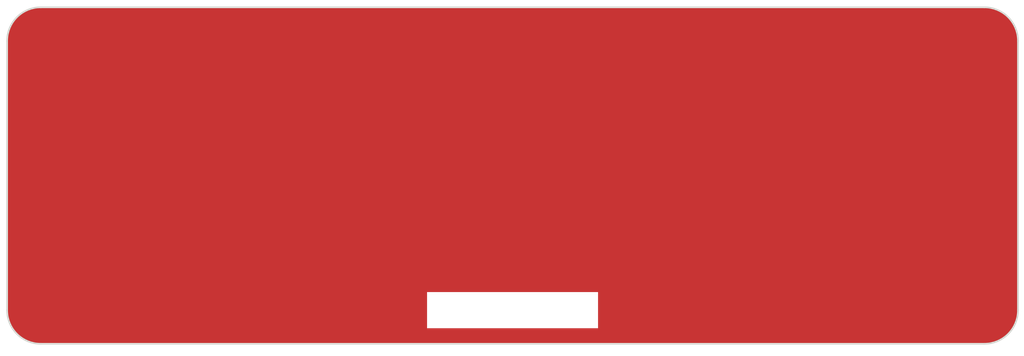
<source format=kicad_pcb>
(kicad_pcb (version 20221018) (generator pcbnew)
  (layers (0 "F.Cu" signal) (31 "B.Cu" signal) (34 "B.Paste" user) (35 "F.Paste" user) (36 "B.SilkS" user "B.Silkscreen") (37 "F.SilkS" user "F.Silkscreen") (38 "B.Mask" user) (39 "F.Mask" user) (44 "Edge.Cuts" user))
  (net 0 "")
  (gr_arc (start 125 81.95) (mid 125.585786 80.535786) (end 127 79.95) (stroke (width 0.1)) (layer "Edge.Cuts"))
  (gr_arc (start 185 97.95) (mid 184.414214 99.364214) (end 183 99.95) (stroke (width 0.1)) (layer "Edge.Cuts"))
  (gr_line (start 185 81.95) (end 185 97.95) (stroke (width 0.1)) (layer "Edge.Cuts"))
  (gr_line (start 125 97.95) (end 125 81.95) (stroke (width 0.1)) (layer "Edge.Cuts"))
  (gr_line (start 127 79.95) (end 183 79.95) (stroke (width 0.1)) (layer "Edge.Cuts"))
  (gr_line (start 183 99.95) (end 127 99.95) (stroke (width 0.1)) (layer "Edge.Cuts"))
  (gr_arc (start 183 79.95) (mid 184.414214 80.535786) (end 185 81.95) (stroke (width 0.1)) (layer "Edge.Cuts"))
  (gr_arc (start 127 99.95) (mid 125.585786 99.364214) (end 125 97.95) (stroke (width 0.1)) (layer "Edge.Cuts"))
  (zone (net 0) (net_name "") (layer "F.Cu") (connect_pads (clearance 0.5)) (min_thickness 0.25) (fill yes (thermal_gap 0.5) (thermal_bridge_width 0.5) (island_removal_mode 1) (island_area_min 10))
    (polygon (pts (xy 124.575998 79.515093) (xy 185.275998 79.690093) (xy 185.375998 100.165093) (xy 124.825998 100.690093)))
  )
  (zone (net 0) (net_name "") (layers "F.Cu" "Edge.Cuts") (connect_pads (clearance 0)) (min_thickness 0.25)
    (keepout (tracks not_allowed) (vias not_allowed) (pads not_allowed) (copperpour not_allowed) (footprints allowed))
    (fill (thermal_gap 0.5) (thermal_bridge_width 0.5))
    (polygon (pts (xy 149.925 96.875) (xy 160.075 96.875) (xy 160.075 99.025) (xy 149.925 99.025)))
  )
)
</source>
